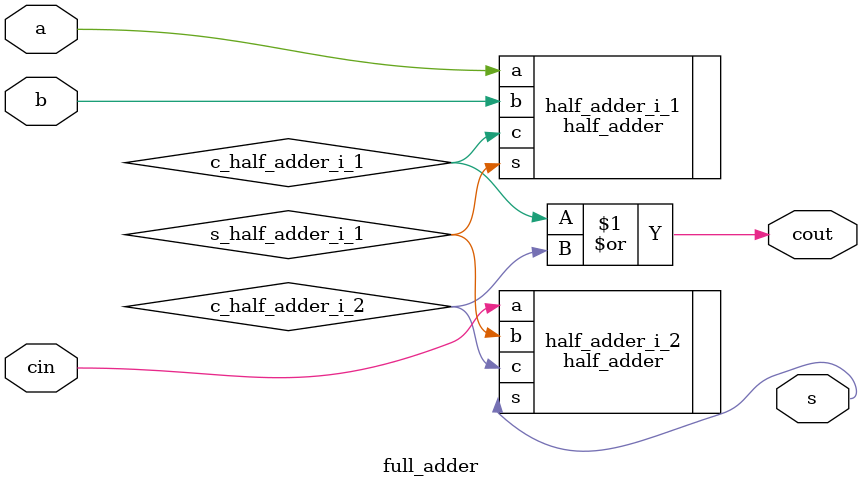
<source format=v>
module full_adder
    (
        input wire a,b,cin,
        output wire s,cout
    );

    wire s_half_adder_i_1,c_half_adder_i_1,c_half_adder_i_2;

    half_adder half_adder_i_1
               (
                   .a 	( a                ),
                   .b 	( b                ),
                   .s 	( s_half_adder_i_1 ),
                   .c 	( c_half_adder_i_1 )
               );
    half_adder half_adder_i_2
               (
                   .a 	( cin               ),
                   .b 	( s_half_adder_i_1  ),
                   .s 	( s                 ),
                   .c 	( c_half_adder_i_2  )
               );
    assign cout = c_half_adder_i_1 | c_half_adder_i_2;

endmodule


</source>
